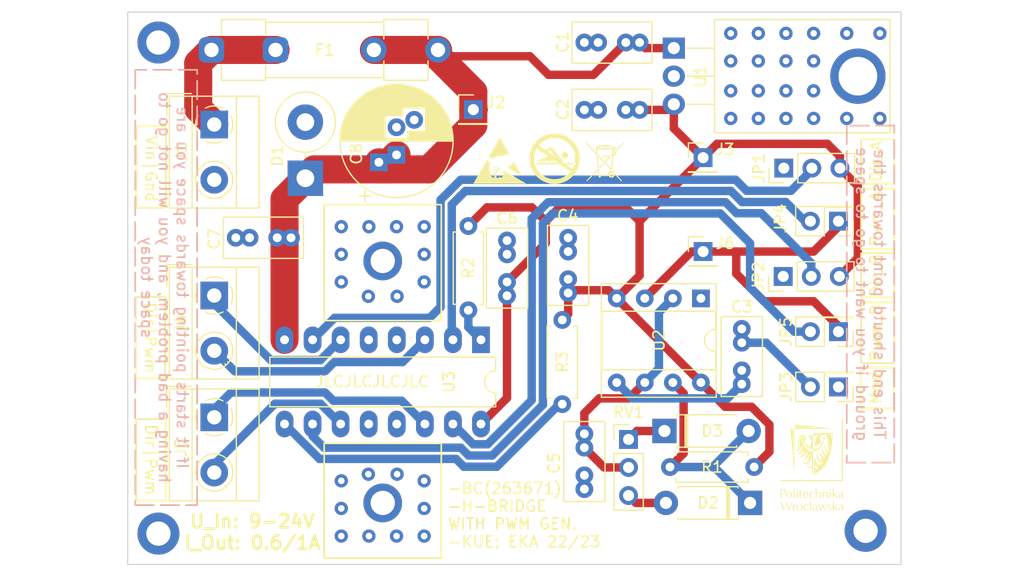
<source format=kicad_pcb>
(kicad_pcb (version 20221018) (generator pcbnew)
  (layers (0 "F.Cu" signal) (31 "B.Cu" signal) (34 "B.Paste" user) (35 "F.Paste" user) (36 "B.SilkS" user "B.Silkscreen") (37 "F.SilkS" user "F.Silkscreen") (38 "B.Mask" user) (39 "F.Mask" user) (44 "Edge.Cuts" user))
  (net 0 "")
  (net 1 "GND")
  (net 2 "+12V")
  (net 3 "1Y")
  (net 4 "2Y")
  (net 5 "3Y")
  (net 6 "4Y")
  (net 7 "Net-(U3-EN1,2)")
  (net 8 "Net-(J6-Pin_1)")
  (net 9 "+5V")
  (net 10 "VCC")
  (net 11 "Net-(D3-K)")
  (net 12 "Net-(U2-CV)")
  (net 13 "Net-(JP3-B)")
  (net 14 "Net-(U2-THR)")
  (net 15 "Net-(D2-K)")
  (net 16 "Net-(D2-A)")
  (net 17 "PWM_A")
  (net 18 "DIR_A")
  (net 19 "DIR_B")
  (net 20 "PWM_B")
  (net 21 "Net-(U3-EN3,4)")
  (footprint "Fuse:Fuseholder_Clip-5x20mm_Littelfuse_520_Inline_P20.50x5.80mm_D1.30mm_Horizontal" (layer "F.Cu") (at 109.5 65.5)
    (fp_text reference "F1" (at 10.25 0) (layer "F.SilkS") (effects (font (thickness 0.153))))
    (fp_text value "1.5A")
    (pad "1" thru_hole roundrect (at 0 0) (size 2.3 2.3) (drill 1.3) (layers "*.Cu" "*.Mask") (net 2 "+12V"))
    (pad "1" thru_hole roundrect (at 5.8 0) (size 2.3 2.3) (drill 1.3) (layers "*.Cu" "*.Mask") (net 2 "+12V"))
    (pad "2" thru_hole circle (at 14.7 0) (size 2.3 2.3) (drill 1.3) (layers "*.Cu" "*.Mask") (net 10 "VCC"))
    (pad "2" thru_hole circle (at 20.5 0) (size 2.3 2.3) (drill 1.3) (layers "*.Cu" "*.Mask") (net 10 "VCC"))
  )
  (footprint "Connector_PinHeader_2.54mm:PinHeader_1x01_P2.54mm_Vertical" (layer "F.Cu") (at 154 83.75)
    (fp_text reference "J6" (at 2 -0.75 180) (layer "F.SilkS") (effects (font (thickness 0.153))))
    (fp_text value "Test_pt_pwm")
    (pad "1" thru_hole rect (at 0 0) (size 1.7 1.7) (drill 1) (layers "*.Cu" "*.Mask") (net 8 "Net-(J6-Pin_1)"))
  )
  (footprint "Connector_PinHeader_2.54mm:PinHeader_2x01_P2.54mm_Vertical" (layer "F.Cu") (at 166.25 96 180)
    (fp_text reference "JP3" (at 4.75 0 90) (layer "F.SilkS") (effects (font (thickness 0.153))))
    (fp_text value "Ext_Mod")
    (pad "1" thru_hole rect (at 0 0 180) (size 1.7 1.7) (drill 1) (layers "*.Cu" "*.Mask") (net 1 "GND"))
    (pad "2" thru_hole oval (at 2.54 0 180) (size 1.7 1.7) (drill 1) (layers "*.Cu" "*.Mask") (net 13 "Net-(JP3-B)"))
  )
  (footprint "Capacitor_THT:C_Rect_L7.0mm_W3.5mm_P2.50mm_P5.00mm" (layer "F.Cu") (at 141.784 87.5 90)
    (fp_text reference "C4" (at 7 -0.034 180) (layer "F.SilkS") (effects (font (thickness 0.153))))
    (fp_text value "100n")
    (pad "1" thru_hole circle (at 0 0 90) (size 1.6 1.6) (drill 0.8) (layers "*.Cu" "*.Mask") (net 9 "+5V"))
    (pad "1" thru_hole circle (at 1.25 0 90) (size 1.6 1.6) (drill 0.8) (layers "*.Cu" "*.Mask") (net 9 "+5V"))
    (pad "2" thru_hole circle (at 3.75 0 90) (size 1.6 1.6) (drill 0.8) (layers "*.Cu" "*.Mask") (net 1 "GND"))
    (pad "2" thru_hole circle (at 5 0 90) (size 1.6 1.6) (drill 0.8) (layers "*.Cu" "*.Mask") (net 1 "GND"))
  )
  (footprint "Package_DIP:DIP-16_W7.62mm_LongPads" (layer "F.Cu") (at 133.893 91.737 -90)
    (fp_text reference "U3" (at 3.81 2.893 90) (layer "F.SilkS") (effects (font (thickness 0.153))))
    (fp_text value "L293D")
    (pad "1" thru_hole rect (at 0 0 270) (size 2.4 1.6) (drill 0.8) (layers "*.Cu" "*.Mask") (net 7 "Net-(U3-EN1,2)"))
    (pad "2" thru_hole oval (at 0 2.54 270) (size 2.4 1.6) (drill 0.8) (layers "*.Cu" "*.Mask") (net 17 "PWM_A"))
    (pad "3" thru_hole oval (at 0 5.08 270) (size 2.4 1.6) (drill 0.8) (layers "*.Cu" "*.Mask") (net 3 "1Y"))
    (pad "4" thru_hole oval (at 0 7.62 270) (size 2.4 1.6) (drill 0.8) (layers "*.Cu" "*.Mask") (net 1 "GND"))
    (pad "5" thru_hole oval (at 0 10.16 270) (size 2.4 1.6) (drill 0.8) (layers "*.Cu" "*.Mask") (net 1 "GND"))
    (pad "6" thru_hole oval (at 0 12.7 270) (size 2.4 1.6) (drill 0.8) (layers "*.Cu" "*.Mask") (net 4 "2Y"))
    (pad "7" thru_hole oval (at 0 15.24 270) (size 2.4 1.6) (drill 0.8) (layers "*.Cu" "*.Mask") (net 18 "DIR_A"))
    (pad "8" thru_hole oval (at 0 17.78 270) (size 2.4 1.6) (drill 0.8) (layers "*.Cu" "*.Mask") (net 10 "VCC"))
    (pad "9" thru_hole oval (at 7.62 17.78 270) (size 2.4 1.6) (drill 0.8) (layers "*.Cu" "*.Mask") (net 21 "Net-(U3-EN3,4)"))
    (pad "10" thru_hole oval (at 7.62 15.24 270) (size 2.4 1.6) (drill 0.8) (layers "*.Cu" "*.Mask") (net 20 "PWM_B"))
    (pad "11" thru_hole oval (at 7.62 12.7 270) (size 2.4 1.6) (drill 0.8) (layers "*.Cu" "*.Mask") (net 5 "3Y"))
    (pad "12" thru_hole oval (at 7.62 10.16 270) (size 2.4 1.6) (drill 0.8) (layers "*.Cu" "*.Mask") (net 1 "GND"))
    (pad "13" thru_hole oval (at 7.62 7.62 270) (size 2.4 1.6) (drill 0.8) (layers "*.Cu" "*.Mask") (net 1 "GND"))
    (pad "14" thru_hole oval (at 7.62 5.08 270) (size 2.4 1.6) (drill 0.8) (layers "*.Cu" "*.Mask") (net 6 "4Y"))
    (pad "15" thru_hole oval (at 7.62 2.54 270) (size 2.4 1.6) (drill 0.8) (layers "*.Cu" "*.Mask") (net 19 "DIR_B"))
    (pad "16" thru_hole oval (at 7.62 0 270) (size 2.4 1.6) (drill 0.8) (layers "*.Cu" "*.Mask") (net 9 "+5V"))
  )
  (footprint "Graphics:esd" (layer "F.Cu") (at 135.6 75.5)
    (fp_text reference "G2" hide)
    (fp_text value "LOGO" hide)
  )
  (footprint "1_trevortjes_lib:DIP-8" (layer "F.Cu") (at 153.8 87.984 -90)
    (fp_text reference "U2" (at 3.8 3.8 90) (layer "F.SilkS") (effects (font (thickness 0.153))))
    (fp_text value "NE555P")
    (pad "1" thru_hole rect (at 0 0 270) (size 1.6 1.6) (drill 0.8) (layers "*.Cu" "*.Mask") (net 1 "GND"))
    (pad "2" thru_hole oval (at 0 2.54 270) (size 1.6 1.6) (drill 0.8) (layers "*.Cu" "*.Mask") (net 14 "Net-(U2-THR)"))
    (pad "3" thru_hole oval (at 0 5.08 270) (size 1.6 1.6) (drill 0.8) (layers "*.Cu" "*.Mask") (net 8 "Net-(J6-Pin_1)"))
    (pad "4" thru_hole oval (at 0 7.62 270) (size 1.6 1.6) (drill 0.8) (layers "*.Cu" "*.Mask") (net 9 "+5V"))
    (pad "5" thru_hole oval (at 7.62 7.62 270) (size 1.6 1.6) (drill 0.8) (layers "*.Cu" "*.Mask") (net 12 "Net-(U2-CV)"))
    (pad "6" thru_hole oval (at 7.62 5.08 270) (size 1.6 1.6) (drill 0.8) (layers "*.Cu" "*.Mask") (net 14 "Net-(U2-THR)"))
    (pad "7" thru_hole oval (at 7.62 2.54 270) (size 1.6 1.6) (drill 0.8) (layers "*.Cu" "*.Mask") (net 15 "Net-(D2-K)"))
    (pad "8" thru_hole oval (at 7.62 0 270) (size 1.6 1.6) (drill 0.8) (layers "*.Cu" "*.Mask") (net 9 "+5V"))
  )
  (footprint "TerminalBlock_MetzConnect:TerminalBlock_MetzConnect_Type055_RT01502HDWU_1x02_P5.00mm_Horizontal" (layer "F.Cu") (at 109.75 98.75 -90)
    (fp_text reference "J5" (at 2.75 3 90) (layer "F.SilkS") (effects (font (thickness 0.153))))
    (fp_text value "Motor B Out")
    (pad "1" thru_hole rect (at 0 0 270) (size 2.5 2.5) (drill 1.3) (layers "*.Cu" "*.Mask") (net 6 "4Y"))
    (pad "2" thru_hole circle (at 5 0 270) (size 2.5 2.5) (drill 1.3) (layers "*.Cu" "*.Mask") (net 5 "3Y"))
  )
  (footprint "Capacitor_THT:C_Rect_L7.0mm_W3.5mm_P2.50mm_P5.00mm" (layer "F.Cu") (at 143.25 100.25 -90)
    (fp_text reference "C5" (at 2.65 2.75 90) (layer "F.SilkS") (effects (font (thickness 0.153))))
    (fp_text value "47n")
    (pad "1" thru_hole circle (at 0 0 270) (size 1.6 1.6) (drill 0.8) (layers "*.Cu" "*.Mask") (net 14 "Net-(U2-THR)"))
    (pad "1" thru_hole circle (at 1.25 0 270) (size 1.6 1.6) (drill 0.8) (layers "*.Cu" "*.Mask") (net 14 "Net-(U2-THR)"))
    (pad "2" thru_hole circle (at 3.75 0 270) (size 1.6 1.6) (drill 0.8) (layers "*.Cu" "*.Mask") (net 1 "GND"))
    (pad "2" thru_hole circle (at 5 0 270) (size 1.6 1.6) (drill 0.8) (layers "*.Cu" "*.Mask") (net 1 "GND"))
  )
  (footprint "MountingHole:MountingHole_2.2mm_M2_DIN965_Pad" (layer "F.Cu") (at 104.698 64.828)
    (fp_text reference "REF1" hide)
    (fp_text value "MountingHole_2.2mm_M2_DIN965_Pad")
    (pad "1" thru_hole circle (at 0 0) (size 3.8 3.8) (drill 2.2) (layers "*.Cu" "*.Mask"))
  )
  (footprint "TerminalBlock_MetzConnect:TerminalBlock_MetzConnect_Type055_RT01502HDWU_1x02_P5.00mm_Horizontal" (layer "F.Cu") (at 109.75 87.728 -90)
    (fp_text reference "J4" (at 2.5 3 -90) (layer "F.SilkS") (effects (font (thickness 0.153))))
    (fp_text value "Motor A Out")
    (pad "1" thru_hole rect (at 0 0 270) (size 2.5 2.5) (drill 1.3) (layers "*.Cu" "*.Mask") (net 4 "2Y"))
    (pad "2" thru_hole circle (at 5 0 270) (size 2.5 2.5) (drill 1.3) (layers "*.Cu" "*.Mask") (net 3 "1Y"))
  )
  (footprint "Resistor_THT:R_Axial_DIN0207_L6.3mm_D2.5mm_P7.62mm_Horizontal" (layer "F.Cu") (at 132.75 81.44 -90)
    (fp_text reference "R2" (at 3.81 0 90) (layer "F.SilkS") (effects (font (thickness 0.153))))
    (fp_text value "10k")
    (pad "1" thru_hole circle (at 0 0 270) (size 1.6 1.6) (drill 0.8) (layers "*.Cu" "*.Mask") (net 9 "+5V"))
    (pad "2" thru_hole oval (at 7.62 0 270) (size 1.6 1.6) (drill 0.8) (layers "*.Cu" "*.Mask") (net 7 "Net-(U3-EN1,2)"))
  )
  (footprint "Resistor_THT:R_Axial_DIN0207_L6.3mm_D2.5mm_P7.62mm_Horizontal" (layer "F.Cu") (at 151 103.25)
    (fp_text reference "R1" (at 3.805 0) (layer "F.SilkS") (effects (font (thickness 0.153))))
    (fp_text value "1k")
    (pad "1" thru_hole circle (at 0 0) (size 1.6 1.6) (drill 0.8) (layers "*.Cu" "*.Mask") (net 15 "Net-(D2-K)"))
    (pad "2" thru_hole oval (at 7.62 0) (size 1.6 1.6) (drill 0.8) (layers "*.Cu" "*.Mask") (net 9 "+5V"))
  )
  (footprint "Connector_PinHeader_2.54mm:PinHeader_1x03_P2.54mm_Vertical" (layer "F.Cu") (at 161.25 86 90)
    (fp_text reference "JP2" (at 0 -2.25 90) (layer "F.SilkS") (effects (font (thickness 0.153))))
    (fp_text value "Dir_B")
    (pad "1" thru_hole rect (at 0 0 90) (size 1.7 1.7) (drill 1) (layers "*.Cu" "*.Mask") (net 1 "GND"))
    (pad "2" thru_hole oval (at 0 2.54 90) (size 1.7 1.7) (drill 1) (layers "*.Cu" "*.Mask") (net 19 "DIR_B"))
    (pad "3" thru_hole oval (at 0 5.08 90) (size 1.7 1.7) (drill 1) (layers "*.Cu" "*.Mask") (net 9 "+5V"))
  )
  (footprint "TerminalBlock_MetzConnect:TerminalBlock_MetzConnect_Type055_RT01502HDWU_1x02_P5.00mm_Horizontal" (layer "F.Cu") (at 109.75 72.25 -90)
    (fp_text reference "J1" (at 2.5 3 90) (layer "F.SilkS") (effects (font (thickness 0.153))))
    (fp_text value "Motor Power")
    (pad "1" thru_hole rect (at 0 0 270) (size 2.5 2.5) (drill 1.3) (layers "*.Cu" "*.Mask") (net 2 "+12V"))
    (pad "2" thru_hole circle (at 5 0 270) (size 2.5 2.5) (drill 1.3) (layers "*.Cu" "*.Mask") (net 1 "GND") (thermal_bridge_width 1.27))
  )
  (footprint "Connector_PinHeader_2.54mm:PinHeader_2x01_P2.54mm_Vertical" (layer "F.Cu") (at 166.25 81 180)
    (fp_text reference "JP4" (at 5.25 0.25 90) (layer "F.SilkS") (effects (font (thickness 0.153))))
    (fp_text value "PWM_A")
    (pad "1" thru_hole rect (at 0 0 180) (size 1.7 1.7) (drill 1) (layers "*.Cu" "*.Mask") (net 8 "Net-(J6-Pin_1)"))
    (pad "2" thru_hole oval (at 2.54 0 180) (size 1.7 1.7) (drill 1) (layers "*.Cu" "*.Mask") (net 17 "PWM_A"))
  )
  (footprint "Diode_THT:D_DO-41_SOD81_P7.62mm_Horizontal" (layer "F.Cu") (at 158.25 106.5 180)
    (fp_text reference "D2" (at 3.81 0) (layer "F.SilkS") (effects (font (thickness 0.153))))
    (fp_text value "1N4001")
    (pad "1" thru_hole rect (at 0 0 180) (size 2.2 2.2) (drill 1.1) (layers "*.Cu" "*.Mask") (net 15 "Net-(D2-K)"))
    (pad "2" thru_hole oval (at 7.62 0 180) (size 2.2 2.2) (drill 1.1) (layers "*.Cu" "*.Mask") (net 16 "Net-(D2-A)"))
  )
  (footprint "Connector_PinHeader_2.54mm:PinHeader_1x03_P2.54mm_Vertical" (layer "F.Cu") (at 147.25 100.75)
    (fp_text reference "RV1" (at 0 -2.45) (layer "F.SilkS") (effects (font (thickness 0.153))))
    (fp_text value "10k")
    (pad "1" thru_hole rect (at 0 0) (size 1.7 1.7) (drill 1) (layers "*.Cu" "*.Mask") (net 11 "Net-(D3-K)"))
    (pad "2" thru_hole oval (at 0 2.54) (size 1.7 1.7) (drill 1) (layers "*.Cu" "*.Mask") (net 14 "Net-(U2-THR)"))
    (pad "3" thru_hole oval (at 0 5.08) (size 1.7 1.7) (drill 1) (layers "*.Cu" "*.Mask") (net 16 "Net-(D2-A)"))
  )
  (footprint "Connector_PinHeader_2.54mm:PinHeader_1x01_P2.54mm_Vertical" (layer "F.Cu") (at 154 75.25)
    (fp_text reference "J3" (at 2 -0.75 180) (layer "F.SilkS") (effects (font (thickness 0.153))))
    (fp_text value "Test_pt_5V")
    (pad "1" thru_hole rect (at 0 0) (size 1.7 1.7) (drill 1) (layers "*.Cu" "*.Mask") (net 9 "+5V"))
  )
  (footprint "Capacitor_THT:C_Rect_L7.0mm_W3.5mm_P2.50mm_P5.00mm" (layer "F.Cu") (at 148.25 64.828 180)
    (fp_text reference "C1" (at 6.95 0.028 90) (layer "F.SilkS") (effects (font (thickness 0.153))))
    (fp_text value "330n")
    (pad "1" thru_hole circle (at 0 0 180) (size 1.6 1.6) (drill 0.8) (layers "*.Cu" "*.Mask") (net 10 "VCC"))
    (pad "1" thru_hole circle (at 1.25 0 180) (size 1.6 1.6) (drill 0.8) (layers "*.Cu" "*.Mask") (net 10 "VCC"))
    (pad "2" thru_hole circle (at 3.75 0 180) (size 1.6 1.6) (drill 0.8) (layers "*.Cu" "*.Mask") (net 1 "GND"))
    (pad "2" thru_hole circle (at 5 0 180) (size 1.6 1.6) (drill 0.8) (layers "*.Cu" "*.Mask") (net 1 "GND"))
  )
  (footprint "Diode_THT:D_DO-41_SOD81_P7.62mm_Horizontal" (layer "F.Cu") (at 150.5 99.99)
    (fp_text reference "D3" (at 4.318 0) (layer "F.SilkS") (effects (font (thickness 0.153))))
    (fp_text value "1N4001")
    (pad "1" thru_hole rect (at 0 0) (size 2.2 2.2) (drill 1.1) (layers "*.Cu" "*.Mask") (net 11 "Net-(D3-K)"))
    (pad "2" thru_hole oval (at 7.62 0) (size 2.2 2.2) (drill 1.1) (layers "*.Cu" "*.Mask") (net 15 "Net-(D2-K)"))
  )
  (footprint "Connector_PinHeader_2.54mm:PinHeader_1x01_P2.54mm_Vertical" (layer "F.Cu") (at 133.2 70.9)
    (fp_text reference "J2" (at 2.05 -0.65) (layer "F.SilkS") (effects (font (thickness 0.153))))
    (fp_text value "Test_pt_Vcc")
    (pad "1" thru_hole rect (at 0 0) (size 1.7 1.7) (drill 1) (layers "*.Cu" "*.Mask") (net 10 "VCC"))
  )
  (footprint "Capacitor_THT:C_Rect_L7.0mm_W3.5mm_P2.50mm_P5.00mm" (layer "F.Cu") (at 148.25 70.924 180)
    (fp_text reference "C2" (at 6.95 0.024 90) (layer "F.SilkS") (effects (font (thickness 0.153))))
    (fp_text value "100n")
    (pad "1" thru_hole circle (at 0 0 180) (size 1.6 1.6) (drill 0.8) (layers "*.Cu" "*.Mask") (net 9 "+5V"))
    (pad "1" thru_hole circle (at 1.25 0 180) (size 1.6 1.6) (drill 0.8) (layers "*.Cu" "*.Mask") (net 9 "+5V"))
    (pad "2" thru_hole circle (at 3.75 0 180) (size 1.6 1.6) (drill 0.8) (layers "*.Cu" "*.Mask") (net 1 "GND"))
    (pad "2" thru_hole circle (at 5 0 180) (size 1.6 1.6) (drill 0.8) (layers "*.Cu" "*.Mask") (net 1 "GND"))
  )
  (footprint "Diode_THT:D_DO-201AD_P5.08mm_Vertical_KathodeUp" (layer "F.Cu") (at 118 77.113 90)
    (fp_text reference "D1" (at 2.032 -2.54 90) (layer "F.SilkS") (effects (font (thickness 0.153))))
    (fp_text value "1N5822")
    (pad "1" thru_hole rect (at 0 0 90) (size 3.2 3.2) (drill 1.6) (layers "*.Cu" "*.Mask") (net 10 "VCC"))
    (pad "2" thru_hole oval (at 5.08 0 90) (size 3.2 3.2) (drill 1.6) (layers "*.Cu" "*.Mask") (net 1 "GND") (thermal_bridge_width 1.27))
  )
  (footprint "Graphics:pwr" (layer "F.Cu") (at 163.8 103)
    (fp_text reference "G3" hide)
    (fp_text value "LOGO" hide)
  )
  (footprint "Capacitor_THT:C_Rect_L7.0mm_W3.5mm_P2.50mm_P5.00mm" (layer "F.Cu") (at 116.7 82.5 180)
    (fp_text reference "C7" (at 6.95 -0.1 90) (layer "F.SilkS") (effects (font (thickness 0.153))))
    (fp_text value "100n")
    (pad "1" thru_hole circle (at 0 0 180) (size 1.6 1.6) (drill 0.8) (layers "*.Cu" "*.Mask") (net 10 "VCC"))
    (pad "1" thru_hole circle (at 1.25 0 180) (size 1.6 1.6) (drill 0.8) (layers "*.Cu" "*.Mask") (net 10 "VCC"))
    (pad "2" thru_hole circle (at 3.75 0 180) (size 1.6 1.6) (drill 0.8) (layers "*.Cu" "*.Mask") (net 1 "GND"))
    (pad "2" thru_hole circle (at 5 0 180) (size 1.6 1.6) (drill 0.8) (layers "*.Cu" "*.Mask") (net 1 "GND"))
  )
  (footprint "Capacitor_THT:CP_Radial_D10.0mm_P2.50mm_P5.00mm" (layer "F.Cu") (at 126.25 75 90)
    (fp_text reference "C8" (at 0.091063 -3.632 90) (layer "F.SilkS") (effects (font (thickness 0.153))))
    (fp_text value "100μ")
    (pad "1" thru_hole rect (at -0.670937 -1.6 90) (size 1.6 1.6) (drill 0.8) (layers "*.Cu" "*.Mask") (net 10 "VCC"))
    (pad "1" thru_hole rect (at 0 0 90) (size 1.6 1.6) (drill 0.8) (layers "*.Cu" "*.Mask") (net 10 "VCC"))
    (pad "2" thru_hole circle (at 2.5 0 90) (size 1.6 1.6) (drill 0.8) (layers "*.Cu" "*.Mask") (net 1 "GND"))
    (pad "2" thru_hole circle (at 3.170937 1.6 90) (size 1.6 1.6) (drill 0.8) (layers "*.Cu" "*.Mask") (net 1 "GND"))
  )
  (footprint "MountingHole:MountingHole_2.2mm_M2_ISO7380_Pad" (layer "F.Cu") (at 125 106.5)
    (fp_text reference "REF42" hide)
    (fp_text value "MountingHole_2.2mm_M2_ISO7380_Pad")
    (pad "1" thru_hole circle (at 0 0) (size 3.5 3.5) (drill 2.2) (layers "*.Cu" "*.Mask") (net 1 "GND"))
  )
  (footprint "Graphics:swim" (layer "F.Cu") (at 140.5 75.4)
    (fp_text reference "G1" hide)
    (fp_text value "LOGO" hide)
  )
  (footprint "Graphics:trash" (layer "F.Cu") (at 145.1 75.6)
    (fp_text reference "G4" hide)
    (fp_text value "LOGO" hide)
  )
  (footprint "Capacitor_THT:C_Rect_L7.0mm_W3.5mm_P2.50mm_P5.00mm" (layer "F.Cu") (at 136.25 87.75 90)
    (fp_text reference "C6" (at 7 0 180) (layer "F.SilkS") (effects (font (thickness 0.153))))
    (fp_text value "100n")
    (pad "1" thru_hole circle (at 0 0 90) (size 1.6 1.6) (drill 0.8) (layers "*.Cu" "*.Mask") (net 9 "+5V"))
    (pad "1" thru_hole circle (at 1.25 0 90) (size 1.6 1.6) (drill 0.8) (layers "*.Cu" "*.Mask") (net 9 "+5V"))
    (pad "2" thru_hole circle (at 3.75 0 90) (size 1.6 1.6) (drill 0.8) (layers "*.Cu" "*.Mask") (net 1 "GND"))
    (pad "2" thru_hole circle (at 5 0 90) (size 1.6 1.6) (drill 0.8) (layers "*.Cu" "*.Mask") (net 1 "GND"))
  )
  (footprint "Package_TO_SOT_THT:TO-220-3_Horizontal_TabDown" (layer "F.Cu") (at 151.348 65.336 -90)
    (fp_text reference "U1" (at 2.54 -2.42 -90) (layer "F.SilkS") (effects (font (thickness 0.153))))
    (fp_text value "LM7805_TO220")
    (pad "" thru_hole circle (at 2.54 -16.66 270) (size 5 5) (drill 3.5) (layers "*.Cu" "*.Mask") (net 1 "GND"))
    (pad "1" thru_hole rect (at 0 0 270) (size 1.905 2) (drill 1.1) (layers "*.Cu" "*.Mask") (net 10 "VCC"))
    (pad "2" thru_hole oval (at 2.54 0 270) (size 1.905 2) (drill 1.1) (layers "*.Cu" "*.Mask") (net 1 "GND") (thermal_bridge_width 1.27))
    (pad "3" thru_hole oval (at 5.08 0 270) (size 1.905 2) (drill 1.1) (layers "*.Cu" "*.Mask") (net 9 "+5V"))
  )
  (footprint "Connector_PinHeader_2.54mm:PinHeader_2x01_P2.54mm_Vertical" (layer "F.Cu") (at 166.25 91 180)
    (fp_text reference "JP5" (at 4.75 0 90) (layer "F.SilkS") (effects (font (thickness 0.153))))
    (fp_text value "PWM_B")
    (pad "1" thru_hole rect (at 0 0 180) (size 1.7 1.7) (drill 1) (layers "*.Cu" "*.Mask") (net 8 "Net-(J6-Pin_1)"))
    (pad "2" thru_hole oval (at 2.54 0 180) (size 1.7 1.7) (drill 1) (layers "*.Cu" "*.Mask") (net 20 "PWM_B"))
  )
  (footprint "Connector_PinHeader_2.54mm:PinHeader_1x03_P2.54mm_Vertical" (layer "F.Cu") (at 161.3 76.2 90)
    (fp_text reference "JP1" (at 0 -2.25 90) (layer "F.SilkS") (effects (font (thickness 0.153))))
    (fp_text value "Dir_A")
    (pad "1" thru_hole rect (at 0 0 90) (size 1.7 1.7) (drill 1) (layers "*.Cu" "*.Mask") (net 1 "GND"))
    (pad "2" thru_hole oval (at 0 2.54 90) (size 1.7 1.7) (drill 1) (layers "*.Cu" "*.Mask") (net 18 "DIR_A"))
    (pad "3" thru_hole oval (at 0 5.08 90) (size 1.7 1.7) (drill 1) (layers "*.Cu" "*.Mask") (net 9 "+5V"))
  )
  (footprint "Capacitor_THT:C_Rect_L7.0mm_W3.5mm_P2.50mm_P5.00mm" (layer "F.Cu") (at 157.5 95.75 90)
    (fp_text reference "C3" (at 7 0 180) (layer "F.SilkS") (effects (font (thickness 0.153))))
    (fp_text value "100n")
    (pad "1" thru_hole circle (at 0 0 90) (size 1.6 1.6) (drill 0.8) (layers "*.Cu" "*.Mask") (net 12 "Net-(U2-CV)"))
    (pad "1" thru_hole circle (at 1.25 0 90) (size 1.6 1.6) (drill 0.8) (layers "*.Cu" "*.Mask") (net 12 "Net-(U2-CV)"))
    (pad "2" thru_hole circle (at 3.75 0 90) (size 1.6 1.6) (drill 0.8) (layers "*.Cu" "*.Mask") (net 13 "Net-(JP3-B)"))
    (pad "2" thru_hole circle (at 5 0 90) (size 1.6 1.6) (drill 0.8) (layers "*.Cu" "*.Mask") (net 13 "Net-(JP3-B)"))
  )
  (footprint "Resistor_THT:R_Axial_DIN0207_L6.3mm_D2.5mm_P7.62mm_Horizontal" (layer "F.Cu") (at 141.25 89.94 -90)
    (fp_text reference "R3" (at 3.81 0 90) (layer "F.SilkS") (effects (font (thickness 0.153))))
    (fp_text value "10k")
    (pad "1" thru_hole circle (at 0 0 270) (size 1.6 1.6) (drill 0.8) (layers "*.Cu" "*.Mask") (net 9 "+5V"))
    (pad "2" thru_hole oval (at 7.62 0 270) (size 1.6 1.6) (drill 0.8) (layers "*.Cu" "*.Mask") (net 21 "Net-(U3-EN3,4)"))
  )
  (footprint "MountingHole:MountingHole_2.2mm_M2_DIN965_Pad" (layer "F.Cu") (at 168.706 109.024)
    (fp_text reference "REF3" hide)
    (fp_text value "MountingHole_2.2mm_M2_DIN965_Pad")
    (pad "1" thru_hole circle (at 0 0) (size 3.8 3.8) (drill 2.2) (layers "*.Cu" "*.Mask"))
  )
  (footprint "MountingHole:MountingHole_2.2mm_M2_ISO7380_Pad" (layer "F.Cu") (at 125 84.6)
    (fp_text reference "REF41" hide)
    (fp_text value "MountingHole_2.2mm_M2_ISO7380_Pad")
    (pad "1" thru_hole circle (at 0 0) (size 3.5 3.5) (drill 2.2) (layers "*.Cu" "*.Mask") (net 1 "GND"))
  )
  (footprint "MountingHole:MountingHole_2.2mm_M2_DIN965_Pad" (layer "F.Cu") (at 104.698 109.278)
    (fp_text reference "REF2" hide)
    (fp_text value "MountingHole_2.2mm_M2_DIN965_Pad")
    (pad "1" thru_hole circle (at 0 0) (size 3.8 3.8) (drill 2.2) (layers "*.Cu" "*.Mask"))
  )
  (gr_rect (start 119.7 79.5) (end 130.3 90) (stroke (width 0.15)) (fill none) (layer "F.SilkS"))
  (gr_rect (start 119.7 101.1) (end 130.3 111.5) (stroke (width 0.15)) (fill none) (layer "F.SilkS"))
  (gr_rect (start 101.917 62.073) (end 171.917 112.073) (stroke (width 0.1)) (fill none) (layer "Edge.Cuts"))
  (gr_text "U_In: 9-24V\nI_Out: 0.6/1A" (at 113.2 110.8) (layer "F.SilkS") (effects (font (size 1.2 1.2) (thickness 0.24) bold) (justify bottom)))
  (gr_text "JLCJLCJLCJLC" (at 118.8 96.1) (layer "F.SilkS") (effects (font (size 1 1) (thickness 0.153)) (justify left bottom)))
  (gr_text "-BC(263671)\n-H-BRIDGE\nWITH PWM GEN.\n-KUE; EKA 22/23" (at 130.8 110.6) (layer "F.SilkS") (effects (font (size 1 1) (thickness 0.153)) (justify left bottom)))
  (gr_text_box "This end should point towards the ground if you want to go to space" (start 171.3 72.35) (end 167 102.85) (angle 270) (layer "B.SilkS") (effects (font (size 1 1) (thickness 0.153)) (justify top mirror)) (stroke (width 0.153) (type dash)))
  (gr_text_box "If it starts pointing towards space you are having a bad problem, and you will not go to space today" (start 108.2 67.3) (end 102.6 106.7) (angle 270) (layer "B.SilkS") (effects (font (size 1 1) (thickness 0.153)) (justify top mirror)) (stroke (width 0.153) (type dash)))
  (gr_text_box "Dir|Pwm" (start 105.3 87.867) (end 102.633 95.233) (angle 270) (layer "F.SilkS") (effects (font (size 1 1) (thickness 0.153)) (justify top)) (stroke (width 0.153)))
  (gr_text_box "Dir|Pwm" (start 105.35 98.917) (end 102.683 106.283) (angle 270) (layer "F.SilkS") (effects (font (size 1 1) (thickness 0.153)) (justify top)) (stroke (width 0.153)))
  (gr_text_box "Dir_B" (start 168.3 87.9) (end 171.3 83.9) (angle 90) (layer "F.SilkS") (effects (font (size 1 1) (thickness 0.153)) (justify top)) (stroke (width 0.153)))
  (gr_text_box "Mod" (start 168.25 97.95) (end 171.25 94.25) (angle 90) (layer "F.SilkS") (effects (font (size 1 1) (thickness 0.153)) (justify top)) (stroke (width 0.153)))
  (gr_text_box "Vin|Gnd" (start 105.367 72.417) (end 102.7 79.783) (angle 270) (layer "F.SilkS") (effects (font (size 1 1) (thickness 0.153)) (justify left top)) (stroke (width 0.153)))
  (gr_text_box "Pwm_A" (start 168.3 83.55) (end 171.3 78.05) (angle 90) (layer "F.SilkS") (effects (font (size 1 1) (thickness 0.153)) (justify top)) (stroke (width 0.153)))
  (gr_text_box "Dir_A" (start 168.3 77.6) (end 171.3 73.6) (angle 90) (layer "F.SilkS") (effects (font (size 1 1) (thickness 0.153)) (justify top)) (stroke (width 0.153)))
  (gr_text_box "Pwm_B" (start 168.3 93.85) (end 171.3 88.35) (angle 90) (layer "F.SilkS") (effects (font (size 1 1) (thickness 0.153)) (justify top)) (stroke (width 0.153)))
  (via (at 126.25 81.5) (size 1.2) (drill 0.6) (layers "F.Cu" "B.Cu") (net 1))
  (via (at 121.25 86.5) (size 1.2) (drill 0.6) (layers "F.Cu" "B.Cu") (net 1))
  (via (at 164 64) (size 1.2) (drill 0.6) (layers "F.Cu" "B.Cu") (net 1))
  (via (at 161.5 69.2) (size 1.2) (drill 0.6) (layers "F.Cu" "B.Cu") (net 1))
  (via (at 128.75 109.5) (size 1.2) (drill 0.6) (layers "F.Cu" "B.Cu") (net 1))
  (via (at 159 71.7) (size 1.2) (drill 0.6) (layers "F.Cu" "B.Cu") (net 1))
  (via (at 167 71.7) (size 1.2) (drill 0.6) (layers "F.Cu" "B.Cu") (net 1))
  (via (at 121.25 104.5) (size 1.2) (drill 0.6) (layers "F.Cu" "B.Cu") (net 1))
  (via (at 126.3 87.8) (size 1.2) (drill 0.6) (layers "F.Cu" "B.Cu") (net 1))
  (via (at 123.7 87.8) (size 1.2) (drill 0.6) (layers "F.Cu" "B.Cu") (net 1))
  (via (at 126.3 103.9) (size 1.2) (drill 0.6) (layers "F.Cu" "B.Cu") (net 1))
  (via (at 121.25 84) (size 1.2) (drill 0.6) (layers "F.Cu" "B.Cu") (net 1))
  (via (at 123.7 103.9) (size 1.2) (drill 0.6) (layers "F.Cu" "B.Cu") (net 1))
  (via (at 159 66.5) (size 1.2) (drill 0.6) (layers "F.Cu" "B.Cu") (net 1))
  (via (at 164 69.2) (size 1.2) (drill 0.6) (layers "F.Cu" "B.Cu") (net 1))
  (via (at 128.75 104.5) (size 1.2) (drill 0.6) (layers "F.Cu" "B.Cu") (net 1))
  (via (at 170 64) (size 1.2) (drill 0.6) (layers "F.Cu" "B.Cu") (net 1))
  (via (at 128.75 84) (size 1.2) (drill 0.6) (layers "F.Cu" "B.Cu") (net 1))
  (via (at 123.75 81.5) (size 1.2) (drill 0.6) (layers "F.Cu" "B.Cu") (net 1))
  (via (at 156.5 69.2) (size 1.2) (drill 0.6) (layers "F.Cu" "B.Cu") (net 1))
  (via (at 161.5 71.7) (size 1.2) (drill 0.6) (layers "F.Cu" "B.Cu") (net 1))
  (via (at 121.25 107) (size 1.2) (drill 0.6) (layers "F.Cu" "B.Cu") (net 1))
  (via (at 156.5 71.7) (size 1.2) (drill 0.6) (layers "F.Cu" "B.Cu") (net 1))
  (via (at 121.25 109.5) (size 1.2) (drill 0.6) (layers "F.Cu" "B.Cu") (net 1))
  (via (at 159 64) (size 1.2) (drill 0.6) (layers "F.Cu" "B.Cu") (net 1))
  (via (at 164 71.7) (size 1.2) (drill 0.6) (layers "F.Cu" "B.Cu") (net 1))
  (via (at 167 64) (size 1.2) (drill 0.6) (layers "F.Cu" "B.Cu") (net 1))
  (via (at 121.25 81.5) (size 1.2) (drill 0.6) (layers "F.Cu" "B.Cu") (net 1))
  (via (at 128.75 81.5) (size 1.2) (drill 0.6) (layers "F.Cu" "B.Cu") (net 1))
  (via (at 128.75 107) (size 1.2) (drill 0.6) (layers "F.Cu" "B.Cu") (net 1))
  (via (at 159 69.2) (size 1.2) (drill 0.6) (layers "F.Cu" "B.Cu") (net 1))
  (via (at 161.5 64) (size 1.2) (drill 0.6) (layers "F.Cu" "B.Cu") (net 1))
  (via (at 164 66.5) (size 1.2) (drill 0.6) (layers "F.Cu" "B.Cu") (net 1))
  (via (at 156.5 66.5) (size 1.2) (drill 0.6) (layers "F.Cu" "B.Cu") (net 1))
  (via (at 161.5 66.5) (size 1.2) (drill 0.6) (layers "F.Cu" "B.Cu") (net 1))
  (via (at 128.75 86.5) (size 1.2) (drill 0.6) (layers "F.Cu" "B.Cu") (net 1))
  (via (at 126.25 109.5) (size 1.2) (drill 0.6) (layers "F.Cu" "B.Cu") (net 1))
  (via (at 123.75 109.5) (size 1.2) (drill 0.6) (layers "F.Cu" "B.Cu") (net 1))
  (via (at 170 71.7) (size 1.2) (drill 0.6) (layers "F.Cu" "B.Cu") (net 1))
  (via (at 156.5 64) (size 1.2) (drill 0.6) (layers "F.Cu" "B.Cu") (net 1))
  (segment (start 109.5 65.5) (end 108.3 66.7) (width 2.54) (layer "F.Cu") (net 2))
  (segment (start 108.3 66.7) (end 108.3 70.8) (width 2.54) (layer "F.Cu") (net 2))
  (segment (start 115.3 65.5) (end 109.5 65.5) (width 2.54) (layer "F.Cu") (net 2))
  (segment (start 108.3 70.8) (end 109.75 72.25) (width 2.54) (layer "F.Cu") (net 2))
  (segment (start 111.61 94.588) (end 119.778841 94.588) (width 0.762) (layer "B.Cu") (net 3))
  (segment (start 119.778841 94.588) (end 120.61684 93.75) (width 0.762) (layer "B.Cu") (net 3))
  (segment (start 120.61684 93.75) (end 126.8 93.75) (width 0.762) (layer "B.Cu") (net 3))
  (segment (start 126.8 93.75) (end 128.813 91.737) (width 0.762) (layer "B.Cu") (net 3))
  (segment (start 109.75 92.728) (end 111.61 94.588) (width 0.762) (layer "B.Cu") (net 3))
  (segment (start 121.193 91.737) (end 119.358 93.572) (width 0.762) (layer "B.Cu") (net 4))
  (segment (start 114.86 93.572) (end 109.75 88.462) (width 0.762) (layer "B.Cu") (net 4))
  (segment (start 119.358 93.572) (end 114.86 93.572) (width 0.762) (layer "B.Cu") (net 4))
  (segment (start 109.75 88.462) (end 109.75 87.728) (width 0.762) (layer "B.Cu") (net 4))
  (segment (start 109.75 103.75) (end 109.75 103.016) (width 0.762) (layer "B.Cu") (net 5))
  (segment (start 109.75 103.016) (end 115.244 97.522) (width 0.762) (layer "B.Cu") (net 5))
  (segment (start 115.244 97.522) (end 119.358 97.522) (width 0.762) (layer "B.Cu") (net 5))
  (segment (start 119.358 97.522) (end 121.193 99.357) (width 0.762) (layer "B.Cu") (net 5))
  (segment (start 120.52284 97.25) (end 126.706 97.25) (width 0.762) (layer "B.Cu") (net 6))
  (segment (start 111.26 96.506) (end 119.77884 96.506) (width 0.762) (layer "B.Cu") (net 6))
  (segment (start 126.706 97.25) (end 128.813 99.357) (width 0.762) (layer "B.Cu") (net 6))
  (segment (start 119.77884 96.506) (end 120.52284 97.25) (width 0.762) (layer "B.Cu") (net 6))
  (segment (start 109.75 98.016) (end 111.26 96.506) (width 0.762) (layer "B.Cu") (net 6))
  (segment (start 109.75 98.75) (end 109.75 98.016) (width 0.762) (layer "B.Cu") (net 6))
  (segment (start 132.75 90.594) (end 133.893 91.737) (width 0.762) (layer "B.Cu") (net 7))
  (segment (start 132.75 89.06) (end 132.75 90.594) (width 0.762) (layer "B.Cu") (net 7))
  (segment (start 159.5 88.25) (end 157 85.75) (width 0.762) (layer "F.Cu") (net 8))
  (segment (start 166.25 91) (end 166.25 90.5) (width 0.762) (layer "F.Cu") (net 8))
  (segment (start 166.25 90.5) (end 164 88.25) (width 0.762) (layer "F.Cu") (net 8))
  (segment (start 152.954 83.75) (end 148.72 87.984) (width 0.762) (layer "F.Cu") (net 8))
  (segment (start 164 88.25) (end 159.5 88.25) (width 0.762) (layer "F.Cu") (net 8))
  (segment (start 154 83.75) (end 164 83.75) (width 0.762) (layer "F.Cu") (net 8))
  (segment (start 166.25 81.5) (end 166.25 81) (width 0.762) (layer "F.Cu") (net 8))
  (segment (start 157 85.75) (end 157 83.75) (width 0.762) (layer "F.Cu") (net 8))
  (segment (start 164 83.75) (end 166.25 81.5) (width 0.762) (layer "F.Cu") (net 8))
  (segment (start 154 83.75) (end 152.954 83.75) (width 0.762) (layer "F.Cu") (net 8))
  (segment (start 134.44 79.75) (end 138.5 79.75) (width 0.762) (layer "F.Cu") (net 9))
  (segment (start 142.034 87.25) (end 145.446 87.25) (width 0.762) (layer "F.Cu") (net 9))
  (segment (start 146.18 87.984) (end 153.8 95.604) (width 0.762) (layer "F.Cu") (net 9))
  (segment (start 166.38 75.13) (end 166.38 76.2) (width 0.762) (layer "F.Cu") (net 9))
  (segment (start 141.784 89.406) (end 141.784 87.5) (width 0.762) (layer "F.Cu") (net 9))
  (segment (start 139.75 81) (end 141 79.75) (width 0.762) (layer "F.Cu") (net 9))
  (segment (start 160 99.416339) (end 160 101.87) (width 0.762) (layer "F.Cu") (net 9))
  (segment (start 165.25 74) (end 166.38 75.13) (width 0.762) (layer "F.Cu") (net 9))
  (segment (start 148.25 85.914) (end 146.18 87.984) (width 0.762) (layer "F.Cu") (net 9))
  (segment (start 155.996 97.8) (end 158.383661 97.8) (width 0.762) (layer "F.Cu") (net 9))
  (segment (start 154 75.25) (end 155.25 74) (width 0.762) (layer "F.Cu") (net 9))
  (segment (start 168 84.33) (end 166.33 86) (width 0.762) (layer "F.Cu") (net 9))
  (segment (start 148.25 81) (end 148.25 85.914) (width 0.762) (layer "F.Cu") (net 9))
  (segment (start 155.25 74) (end 165.25 74) (width 0.762) (layer "F.Cu") (net 9))
  (segment (start 160 101.87) (end 158.62 103.25) (width 0.762) (layer "F.Cu") (net 9))
  (segment (start 148.25 70.924) (end 150.84 70.924) (width 0.762) (layer "F.Cu") (net 9))
  (segment (start 132.75 81.44) (end 134.44 79.75) (width 0.762) (layer "F.Cu") (net 9))
  (segment (start 138.5 79.75) (end 139.75 81) (width 0.762) (layer "F.Cu") (net 9))
  (segment (start 147 79.75) (end 148.25 81) (width 0.762) (layer "F.Cu") (net 9))
  (segment (start 151.348 72.598) (end 151.348 70.416) (width 0.762) (layer "F.Cu") (net 9))
  (segment (start 136.25 97) (end 133.893 99.357) (width 0.762) (layer "F.Cu") (net 9))
  (segment (start 145.446 87.25) (end 146.18 87.984) (width 0.762) (layer "F.Cu") (net 9))
  (segment (start 136.25 87.75) (end 136.25 97) (width 0.762) (layer "F.Cu") (net 9))
  (segment (start 150.84 70.924) (end 151.348 70.416) (width 0.762) (layer "F.Cu") (net 9))
  (segment (start 154 75.25) (end 148.25 81) (width 0.762) (layer "F.Cu") (net 9))
  (segment (start 139.75 81) (end 139.75 83) (width 0.762) (layer "F.Cu") (net 9))
  (segment (start 141.784 87.5) (end 142.034 87.25) (width 0.762) (layer "F.Cu") (net 9))
  (segment (start 139.75 83) (end 136.25 86.5) (width 0.762) (layer "F.Cu") (net 9))
  (segment (start 154 75.25) (end 151.348 72.598) (width 0.762) (layer "F.Cu") (net 9))
  (segment (start 168 77.82) (end 168 84.33) (width 0.762) (layer "F.Cu") (net 9))
  (segment (start 141.25 89.94) (end 141.784 89.406) (width 0.762) (layer "F.Cu") (net 9))
  (segment (start 153.8 95.604) (end 155.996 97.8) (width 0.762) (layer "F.Cu") (net 9))
  (segment (start 141 79.75) (end 147 79.75) (width 0.762) (layer "F.Cu") (net 9))
  (segment (start 166.38 76.2) (end 168 77.82) (width 0.762) (layer "F.Cu") (net 9))
  (segment (start 158.383661 97.8) (end 160 99.416339) (width 0.762) (layer "F.Cu") (net 9))
  (segment (start 124.65 75.670937) (end 125.291 76.311937) (width 2.54) (layer "F.Cu") (net 10))
  (segment (start 118.801063 76.311937) (end 118 77.113) (width 2.54) (layer "F.Cu") (net 10))
  (segment (start 133.2 72.3) (end 133.2 70.9) (width 2.54) (layer "F.Cu") (net 10))
  (segment (start 140 67.75) (end 138.323 66.073) (width 0.762) (layer "F.Cu") (net 10))
  (segment (start 126.25 75) (end 124.938063 76.311937) (width 2.54) (layer "F.Cu") (net 10))
  (segment (start 148.758 65.336) (end 148.25 64.828) (width 0.762) (layer "F.Cu") (net 10))
  (segment (start 124.938063 76.311937) (end 118.801063 76.311937) (width 2.54) (layer "F.Cu") (net 10))
  (segment (start 124.2 65.5) (end 130 65.5) (width 2.54) (layer "F.Cu") (net 10))
  (segment (start 130 66) (end 130.073 66.073) (width 2.54) (layer "F.Cu") (net 10))
  (segment (start 116.113 79) (end 116.113 91.737) (width 2.54) (layer "F.Cu") (net 10))
  (segment (start 125.291 76.311937) (end 129.188063 76.311937) (width 2.54) (layer "F.Cu") (net 10))
  (segment (start 144.078 67.75) (end 140 67.75) (width 0.762) (layer "F.Cu") (net 10))
  (segment (start 130.073 66.173) (end 133.2 69.3) (width 2.54) (layer "F.Cu") (net 10))
  (segment (start 118 77.113) (end 116.113 79) (width 2.54) (layer "F.Cu") (net 10))
  (segment (start 151.348 65.336) (end 148.758 65.336) (width 0.762) (layer "F.Cu") (net 10))
  (segment (start 130.073 66.073) (end 130.073 66.173) (width 2.54) (layer "F.Cu") (net 10))
  (segment (start 147 64.828) (end 144.078 67.75) (width 0.762) (layer "F.Cu") (net 10))
  (segment (start 129.188063 76.311937) (end 133.2 72.3) (width 2.54) (layer "F.Cu") (net 10))
  (segment (start 138.323 66.073) (end 130.073 66.073) (width 0.762) (layer "F.Cu") (net 10))
  (segment (start 130 65.5) (end 130 66) (width 2.54) (layer "F.Cu") (net 10))
  (segment (start 133.2 70.9) (end 133.25 70.85) (width 2.54) (layer "F.Cu") (net 10))
  (segment (start 133.2 69.3) (end 133.2 70.9) (width 2.54) (layer "F.Cu") (net 10))
  (segment (start 148.01 99.99) (end 147.25 100.75) (width 0.762) (layer "F.Cu") (net 11))
  (segment (start 150.5 99.99) (end 148.01 99.99) (width 0.762) (layer "F.Cu") (net 11))
  (segment (start 156.211 97.039) (end 147.615 97.039) (width 0.762) (layer "B.Cu") (net 12))
  (segment (start 157.5 95.75) (end 156.211 97.039) (width 0.762) (layer "B.Cu") (net 12))
  (segment (start 147.615 97.039) (end 146.18 95.604) (width 0.762) (layer "B.Cu") (net 12))
  (segment (start 159.71 92) (end 157.5 92) (width 0.762) (layer "B.Cu") (net 13))
  (segment (start 163.71 96) (end 159.71 92) (width 0.762) (layer "B.Cu") (net 13))
  (segment (start 144.592 97.039) (end 147.285 97.039) (width 0.762) (layer "F.Cu") (net 14))
  (segment (start 145.04 103.29) (end 143.25 101.5) (width 0.762) (layer "F.Cu") (net 14))
  (segment (start 143.25 98.381) (end 144.592 97.039) (width 0.762) (layer "F.Cu") (net 14))
  (segment (start 147.25 103.29) (end 145.04 103.29) (width 0.762) (layer "F.Cu") (net 14))
  (segment (start 147.285 97.039) (end 148.72 95.604) (width 0.762) (layer "F.Cu") (net 14))
  (segment (start 143.25 100.25) (end 143.25 98.381) (width 0.762) (layer "F.Cu") (net 14))
  (segment (start 150 89.244) (end 151.26 87.984) (width 0.762) (layer "B.Cu") (net 14))
  (segment (start 148.72 95.604) (end 150 94.324) (width 0.762) (layer "B.Cu") (net 14))
  (segment (start 150 94.324) (end 150 89.244) (width 0.762) (layer "B.Cu") (net 14))
  (segment (start 152.235 96.579) (end 152.235 102.015) (width 0.762) (layer "F.Cu") (net 15))
  (segment (start 152.235 102.015) (end 151 103.25) (width 0.762) (layer "F.Cu") (net 15))
  (segment (start 151.26 95.604) (end 152.235 96.579) (width 0.762) (layer "F.Cu") (net 15))
  (segment (start 155 103.25) (end 158.25 106.5) (width 0.762) (layer "B.Cu") (net 15))
  (segment (start 154.86 103.25) (end 155 103.25) (width 0.762) (layer "B.Cu") (net 15))
  (segment (start 154.86 103.25) (end 158.12 99.99) (width 0.762) (layer "B.Cu") (net 15))
  (segment (start 151 103.25) (end 154.86 103.25) (width 0.762) (layer "B.Cu") (net 15))
  (segment (start 150.63 106.5) (end 147.92 106.5) (width 0.762) (layer "F.Cu") (net 16))
  (segment (start 147.92 106.5) (end 147.25 105.83) (width 0.762) (layer "F.Cu") (net 16))
  (segment (start 132.484 78.266) (end 156.516 78.266) (width 0.762) (layer "B.Cu") (net 17))
  (segment (start 163.21 81) (end 163.71 81) (width 0.762) (layer "B.Cu") (net 17))
  (segment (start 161.476 79.266) (end 163.21 81) (width 0.762) (layer "B.Cu") (net 17))
  (segment (start 156.516 78.266) (end 157.515999 79.266) (width 0.762) (layer "B.Cu") (net 17))
  (segment (start 131.25 91.634) (end 131.25 79.5) (width 0.762) (layer "B.Cu") (net 17))
  (segment (start 157.515999 79.266) (end 161.476 79.266) (width 0.762) (layer "B.Cu") (net 17))
  (segment (start 131.353 91.737) (end 131.25 91.634) (width 0.762) (layer "B.Cu") (net 17))
  (segment (start 131.25 79.5) (end 132.484 78.266) (width 0.762) (layer "B.Cu") (net 17))
  (segment (start 130.234 88.766) (end 129.25 89.75) (width 0.762) (layer "B.Cu") (net 18))
  (segment (start 157.93684 78.25) (end 156.93684 77.25) (width 0.762) (layer "B.Cu") (net 18))
  (segment (start 130.234 79.07916) (end 130.234 88.766) (width 0.762) (layer "B.Cu") (net 18))
  (segment (start 129.25 89.75) (end 120.64 89.75) (width 0.762) (layer "B.Cu") (net 18))
  (segment (start 163.84 76.2) (end 163.84 76.36) (width 0.762) (layer "B.Cu") (net 18))
  (segment (start 161.95 78.25) (end 157.93684 78.25) (width 0.762) (layer "B.Cu") (net 18))
  (segment (start 156.93684 77.25) (end 132.06316 77.25) (width 0.762) (layer "B.Cu") (net 18))
  (segment (start 120.64 89.75) (end 118.653 91.737) (width 0.762) (layer "B.Cu") (net 18))
  (segment (start 132.06316 77.25) (end 130.234 79.07916) (width 0.762) (layer "B.Cu") (net 18))
  (segment (start 163.84 76.36) (end 161.95 78.25) (width 0.762) (layer "B.Cu") (net 18))
  (segment (start 138.484 80.766) (end 138.484 97.195396) (width 0.762) (layer "B.Cu") (net 19))
  (segment (start 157.032 80.282) (end 156.032 79.282) (width 0.762) (layer "B.Cu") (net 19))
  (segment (start 139.968 79.282) (end 138.484 80.766) (width 0.762) (layer "B.Cu") (net 19))
  (segment (start 163.79 84.797919) (end 159.274081 80.282) (width 0.762) (layer "B.Cu") (net 19))
  (segment (start 133.188 101.192) (end 131.353 99.357) (width 0.762) (layer "B.Cu") (net 19))
  (segment (start 134.487396 101.192) (end 133.188 101.192) (width 0.762) (layer "B.Cu") (net 19))
  (segment (start 159.274081 80.282) (end 157.032 80.282) (width 0.762) (layer "B.Cu") (net 19))
  (segment (start 156.032 79.282) (end 139.968 79.282) (width 0.762) (layer "B.Cu") (net 19))
  (segment (start 138.484 97.195396) (end 134.487396 101.192) (width 0.762) (layer "B.Cu") (net 19))
  (segment (start 163.79 86) (end 163.79 84.797919) (width 0.762) (layer "B.Cu") (net 19))
  (segment (start 140.38884 80.298) (end 139.5 81.18684) (width 0.762) (layer "B.Cu") (net 20))
  (segment (start 155.548 80.298) (end 140.38884 80.298) (width 0.762) (layer "B.Cu") (net 20))
  (segment (start 119.69284 101.5) (end 118.653 100.46016) (width 0.762) (layer "B.Cu") (net 20))
  (segment (start 134.908236 102.208) (end 132.76716 102.208) (width 0.762) (layer "B.Cu") (net 20))
  (segment (start 132.05916 101.5) (end 119.69284 101.5) (width 0.762) (layer "B.Cu") (net 20))
  (segment (start 158.25 83) (end 155.548 80.298) (width 0.762) (layer "B.Cu") (net 20))
  (segment (start 118.653 100.46016) (end 118.653 99.357) (width 0.762) (layer "B.Cu") (net 20))
  (segment (start 163.71 91) (end 162.25 91) (width 0.762) (layer "B.Cu") (net 20))
  (segment (start 158.25 87) (end 158.25 83) (width 0.762) (layer "B.Cu") (net 20))
  (segment (start 139.5 97.616236) (end 134.908236 102.208) (width 0.762) (layer "B.Cu") (net 20))
  (segment (start 132.76716 102.208) (end 132.05916 101.5) (width 0.762) (layer "B.Cu") (net 20))
  (segment (start 162.25 91) (end 158.25 87) (width 0.762) (layer "B.Cu") (net 20))
  (segment (start 139.5 81.18684) (end 139.5 97.616236) (width 0.762) (layer "B.Cu") (net 20))
  (segment (start 140.993076 97.56) (end 135.329076 103.224) (width 0.762) (layer "B.Cu") (net 21))
  (segment (start 132.34632 103.224) (end 131.63832 102.516) (width 0.762) (layer "B.Cu") (net 21))
  (segment (start 119.271999 102.516) (end 116.113 99.357) (width 0.762) (layer "B.Cu") (net 21))
  (segment (start 131.63832 102.516) (end 119.271999 102.516) (width 0.762) (layer "B.Cu") (net 21))
  (segment (start 135.329076 103.224) (end 132.34632 103.224) (width 0.762) (layer "B.Cu") (net 21))
  (segment (start 141.25 97.56) (end 140.993076 97.56) (width 0.762) (layer "B.Cu") (net 21))
)
</source>
